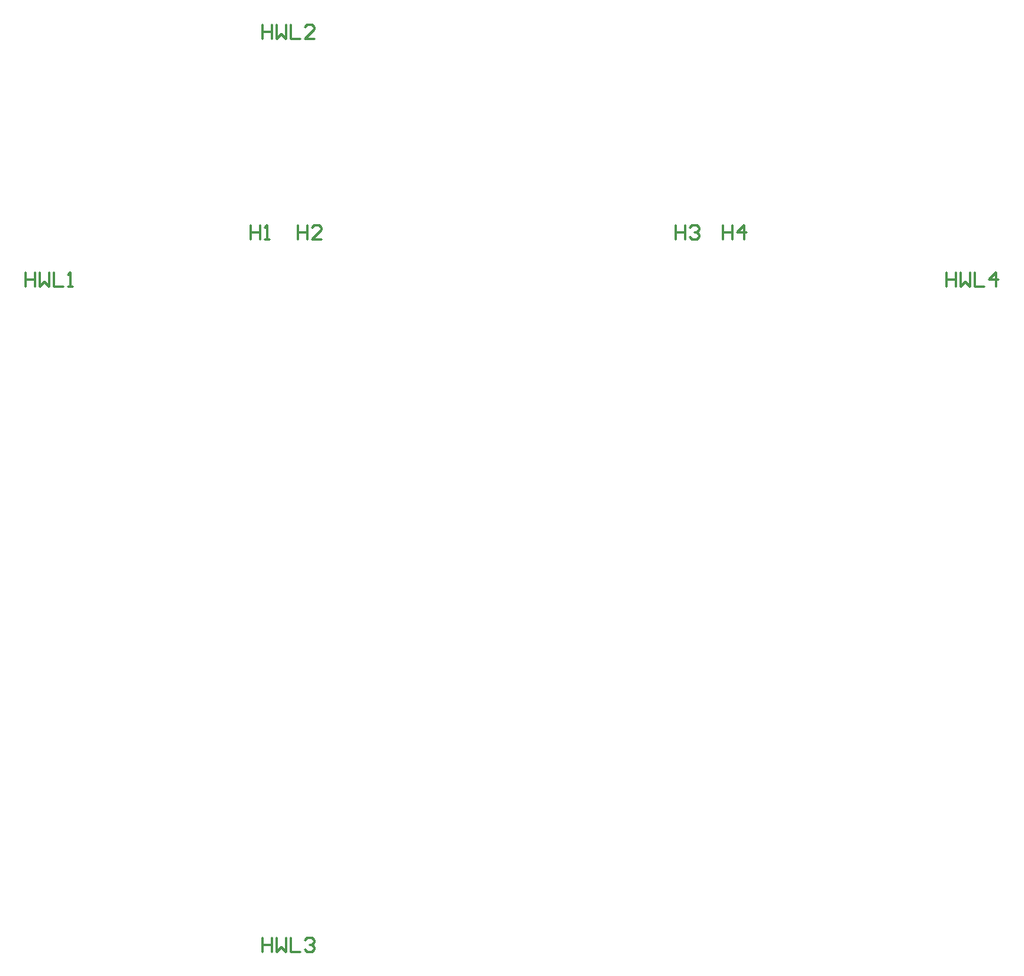
<source format=gto>
%FSLAX25Y25*%
%MOIN*%
G70*
G01*
G75*
G04 Layer_Color=65535*
%ADD10C,0.00800*%
%ADD11C,0.07000*%
%ADD12C,0.05000*%
%ADD13C,0.01000*%
D13*
X142100Y377898D02*
Y371900D01*
Y374899D01*
X146099D01*
Y377898D01*
Y371900D01*
X148098D02*
X150097D01*
X149098D01*
Y377898D01*
X148098Y376898D01*
X162100Y377898D02*
Y371900D01*
Y374899D01*
X166099D01*
Y377898D01*
Y371900D01*
X172097D02*
X168098D01*
X172097Y375899D01*
Y376898D01*
X171097Y377898D01*
X169098D01*
X168098Y376898D01*
X322100Y377898D02*
Y371900D01*
Y374899D01*
X326099D01*
Y377898D01*
Y371900D01*
X328098Y376898D02*
X329098Y377898D01*
X331097D01*
X332097Y376898D01*
Y375899D01*
X331097Y374899D01*
X330097D01*
X331097D01*
X332097Y373899D01*
Y372900D01*
X331097Y371900D01*
X329098D01*
X328098Y372900D01*
X342100Y377898D02*
Y371900D01*
Y374899D01*
X346099D01*
Y377898D01*
Y371900D01*
X351097D02*
Y377898D01*
X348098Y374899D01*
X352097D01*
X47000Y357898D02*
Y351900D01*
Y354899D01*
X50999D01*
Y357898D01*
Y351900D01*
X52998Y357898D02*
Y351900D01*
X54997Y353899D01*
X56997Y351900D01*
Y357898D01*
X58996D02*
Y351900D01*
X62995D01*
X64994D02*
X66993D01*
X65994D01*
Y357898D01*
X64994Y356898D01*
X147100Y462898D02*
Y456900D01*
Y459899D01*
X151099D01*
Y462898D01*
Y456900D01*
X153098Y462898D02*
Y456900D01*
X155097Y458899D01*
X157097Y456900D01*
Y462898D01*
X159096D02*
Y456900D01*
X163095D01*
X169093D02*
X165094D01*
X169093Y460899D01*
Y461898D01*
X168093Y462898D01*
X166094D01*
X165094Y461898D01*
X147100Y75998D02*
Y70000D01*
Y72999D01*
X151099D01*
Y75998D01*
Y70000D01*
X153098Y75998D02*
Y70000D01*
X155097Y71999D01*
X157097Y70000D01*
Y75998D01*
X159096D02*
Y70000D01*
X163095D01*
X165094Y74998D02*
X166094Y75998D01*
X168093D01*
X169093Y74998D01*
Y73999D01*
X168093Y72999D01*
X167094D01*
X168093D01*
X169093Y71999D01*
Y71000D01*
X168093Y70000D01*
X166094D01*
X165094Y71000D01*
X437000Y357898D02*
Y351900D01*
Y354899D01*
X440999D01*
Y357898D01*
Y351900D01*
X442998Y357898D02*
Y351900D01*
X444997Y353899D01*
X446997Y351900D01*
Y357898D01*
X448996D02*
Y351900D01*
X452995D01*
X457993D02*
Y357898D01*
X454994Y354899D01*
X458993D01*
M02*

</source>
